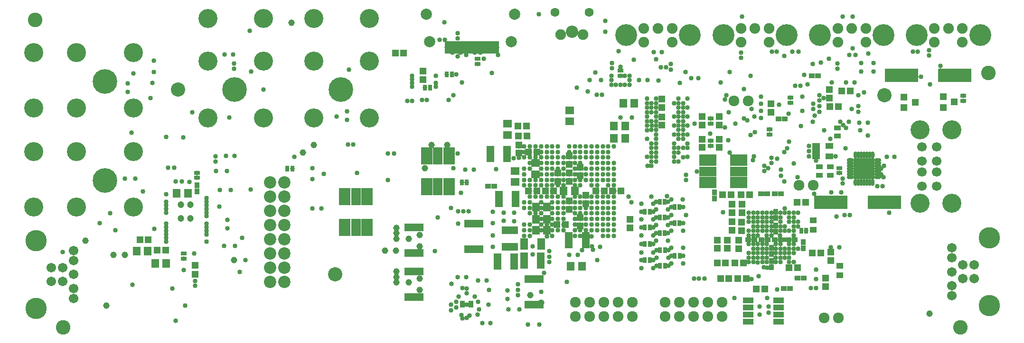
<source format=gbr>
G04 #@! TF.FileFunction,Soldermask,Bot*
%FSLAX46Y46*%
G04 Gerber Fmt 4.6, Leading zero omitted, Abs format (unit mm)*
G04 Created by KiCad (PCBNEW 4.0.4-stable) date 03/28/17 10:50:41*
%MOMM*%
%LPD*%
G01*
G04 APERTURE LIST*
%ADD10C,0.125000*%
%ADD11C,2.000000*%
%ADD12R,0.700000X2.300000*%
%ADD13C,2.540000*%
%ADD14R,1.000000X0.800000*%
%ADD15R,1.300000X1.200000*%
%ADD16C,4.400000*%
%ADD17C,3.400000*%
%ADD18R,1.000000X0.900000*%
%ADD19R,1.400000X1.650000*%
%ADD20R,5.900000X2.400000*%
%ADD21C,1.700000*%
%ADD22C,2.600000*%
%ADD23C,3.900000*%
%ADD24C,1.900000*%
%ADD25C,2.200000*%
%ADD26R,3.400000X1.400000*%
%ADD27C,1.924000*%
%ADD28R,1.950000X1.000000*%
%ADD29R,0.800000X1.000000*%
%ADD30R,0.900000X1.300000*%
%ADD31R,1.300000X0.900000*%
%ADD32R,1.150000X1.200000*%
%ADD33R,1.650000X1.400000*%
%ADD34R,1.400000X2.900000*%
%ADD35R,0.900000X1.000000*%
%ADD36R,1.400000X1.100000*%
%ADD37C,1.200000*%
%ADD38R,1.200000X1.000000*%
%ADD39R,2.099260X3.100020*%
%ADD40R,1.700480X3.100020*%
%ADD41R,1.200000X1.200000*%
%ADD42R,1.200000X1.150000*%
%ADD43R,2.900000X1.400000*%
%ADD44R,3.100020X2.099260*%
%ADD45R,3.100020X1.700480*%
%ADD46C,1.600000*%
%ADD47O,1.250000X0.700000*%
%ADD48O,0.700000X1.250000*%
%ADD49R,2.075000X2.075000*%
%ADD50C,3.816000*%
%ADD51C,1.708000*%
%ADD52R,1.400000X2.000000*%
%ADD53C,0.850000*%
%ADD54C,1.150000*%
G04 APERTURE END LIST*
D10*
D11*
X188000000Y-96500000D03*
X187400000Y-101450000D03*
X172300000Y-96500000D03*
X172900000Y-101450000D03*
D12*
X180400000Y-102450000D03*
X179900000Y-102450000D03*
X179400000Y-102450000D03*
X178900000Y-102450000D03*
X177900000Y-102450000D03*
X178400000Y-102450000D03*
X177400000Y-102450000D03*
X176900000Y-102450000D03*
X176400000Y-102450000D03*
X175900000Y-102450000D03*
X180900000Y-102450000D03*
X181400000Y-102450000D03*
X181900000Y-102450000D03*
X182400000Y-102450000D03*
X182900000Y-102450000D03*
X183400000Y-102450000D03*
X183900000Y-102450000D03*
X184400000Y-102450000D03*
X184900000Y-102450000D03*
D13*
X128000000Y-110000000D03*
X254000000Y-111000000D03*
X156000000Y-143000000D03*
D14*
X268050000Y-112000000D03*
X268050000Y-111100000D03*
D15*
X264450000Y-113150000D03*
X264450000Y-111250000D03*
X266450000Y-112200000D03*
D16*
X157000000Y-109950000D03*
D17*
X152250000Y-97250000D03*
X152250000Y-104870000D03*
X152250000Y-115030000D03*
X162160000Y-115030000D03*
X162160000Y-104870000D03*
X162160000Y-97250000D03*
D16*
X138090000Y-109950000D03*
D17*
X133340000Y-97250000D03*
X133340000Y-104870000D03*
X133340000Y-115030000D03*
X143250000Y-115030000D03*
X143250000Y-104870000D03*
X143250000Y-97250000D03*
D18*
X184400000Y-127200000D03*
X183300000Y-127200000D03*
D19*
X120600000Y-138850000D03*
X122600000Y-138850000D03*
D20*
X257050000Y-107450000D03*
X266550000Y-107450000D03*
X244450000Y-130150000D03*
X253950000Y-130150000D03*
D17*
X260345000Y-130300000D03*
X266025000Y-130300000D03*
X266025000Y-117160000D03*
X260345000Y-117160000D03*
D21*
X263315000Y-124730000D03*
X260695000Y-127230000D03*
X263315000Y-127230000D03*
X263315000Y-122730000D03*
X263315000Y-120230000D03*
X260695000Y-124730000D03*
X260695000Y-122730000D03*
X260695000Y-120230000D03*
D22*
X107500000Y-152500000D03*
D16*
X115000000Y-126250000D03*
D17*
X102300000Y-131000000D03*
X109920000Y-131000000D03*
X120080000Y-131000000D03*
X120080000Y-121090000D03*
X109920000Y-121090000D03*
X102300000Y-121090000D03*
D22*
X267500000Y-152500000D03*
X272500000Y-107000000D03*
X102500000Y-97500000D03*
D23*
X259750000Y-100250000D03*
D24*
X262900000Y-101500000D03*
X267900000Y-101500000D03*
X267900000Y-99000000D03*
X262900000Y-99000000D03*
X265400000Y-99000000D03*
D23*
X271050000Y-100250000D03*
D25*
X144410000Y-126520000D03*
X146950000Y-126520000D03*
X144410000Y-129060000D03*
X146950000Y-129060000D03*
X144410000Y-131600000D03*
X146950000Y-131600000D03*
X144410000Y-134140000D03*
X146950000Y-134140000D03*
X144410000Y-136680000D03*
X146950000Y-136680000D03*
X144410000Y-139220000D03*
X146950000Y-139220000D03*
X144410000Y-141760000D03*
X144410000Y-144300000D03*
X146950000Y-141760000D03*
X146950000Y-144300000D03*
D26*
X180750000Y-133900000D03*
X180750000Y-138500000D03*
D27*
X225000000Y-150540000D03*
X225000000Y-148000000D03*
X222460000Y-148000000D03*
X222460000Y-150540000D03*
X217380000Y-150540000D03*
X214840000Y-150540000D03*
X214840000Y-148000000D03*
X217380000Y-148000000D03*
X219920000Y-148000000D03*
X219920000Y-150540000D03*
X209000000Y-150540000D03*
X209000000Y-148000000D03*
X206460000Y-148000000D03*
X206460000Y-150540000D03*
X201380000Y-150540000D03*
X198840000Y-150540000D03*
X198840000Y-148000000D03*
X201380000Y-148000000D03*
X203920000Y-148000000D03*
X203920000Y-150540000D03*
D23*
X225250000Y-100250000D03*
D24*
X228400000Y-101500000D03*
X233400000Y-101500000D03*
X233400000Y-99000000D03*
X228400000Y-99000000D03*
X230900000Y-99000000D03*
D23*
X236550000Y-100250000D03*
D16*
X115000000Y-108500000D03*
D17*
X102300000Y-113250000D03*
X109920000Y-113250000D03*
X120080000Y-113250000D03*
X120080000Y-103340000D03*
X109920000Y-103340000D03*
X102300000Y-103340000D03*
D28*
X229700000Y-151470000D03*
X229700000Y-150200000D03*
X229700000Y-148930000D03*
X229700000Y-147660000D03*
X235100000Y-147660000D03*
X235100000Y-148930000D03*
X235100000Y-150200000D03*
X235100000Y-151470000D03*
D29*
X176850000Y-107250000D03*
X175950000Y-107250000D03*
X172050000Y-109650000D03*
X172950000Y-109650000D03*
D14*
X181400000Y-105400000D03*
X181400000Y-104500000D03*
D29*
X239150000Y-135200000D03*
X240050000Y-135200000D03*
X147475000Y-124100000D03*
X148375000Y-124100000D03*
D14*
X206900000Y-107500000D03*
X206900000Y-106600000D03*
D29*
X179500000Y-126550000D03*
X178600000Y-126550000D03*
D14*
X129000000Y-140150000D03*
X129000000Y-139250000D03*
X131400000Y-125750000D03*
X131400000Y-124850000D03*
D19*
X125900000Y-141000000D03*
X123900000Y-141000000D03*
D30*
X180250000Y-148350000D03*
X178750000Y-148350000D03*
D23*
X207950000Y-100250000D03*
D24*
X211100000Y-101500000D03*
X216100000Y-101500000D03*
X216100000Y-99000000D03*
X211100000Y-99000000D03*
X213600000Y-99000000D03*
D23*
X219250000Y-100250000D03*
D14*
X245900000Y-124000000D03*
X245900000Y-124900000D03*
X223000000Y-116050000D03*
X223000000Y-115150000D03*
X223000000Y-120000000D03*
X223000000Y-119100000D03*
X237250000Y-111400000D03*
X237250000Y-112300000D03*
D31*
X244300000Y-125300000D03*
X244300000Y-123800000D03*
X242400000Y-125300000D03*
X242400000Y-123800000D03*
X245600000Y-116800000D03*
X245600000Y-118300000D03*
D32*
X226800000Y-130450000D03*
X226800000Y-131950000D03*
X200750000Y-130350000D03*
X200750000Y-128850000D03*
D19*
X196750000Y-128100000D03*
X198750000Y-128100000D03*
D33*
X188150000Y-126500000D03*
X188150000Y-124500000D03*
D34*
X185200000Y-129550000D03*
X188200000Y-129550000D03*
D32*
X224550000Y-116315254D03*
X224550000Y-114815254D03*
X224550000Y-120315254D03*
X224550000Y-118815254D03*
X214300000Y-111650000D03*
X214300000Y-113150000D03*
X214300000Y-114850000D03*
X214300000Y-116350000D03*
X221450000Y-116315254D03*
X221450000Y-114815254D03*
X221450000Y-120315254D03*
X221450000Y-118815254D03*
D19*
X207400000Y-112400000D03*
X209400000Y-112400000D03*
D27*
X243250000Y-150800000D03*
X245790000Y-150800000D03*
D35*
X233800000Y-139350000D03*
X233800000Y-138250000D03*
D18*
X232000000Y-128600000D03*
X233100000Y-128600000D03*
D35*
X234600000Y-132950000D03*
X234600000Y-131850000D03*
D32*
X224200000Y-138350000D03*
X224200000Y-136850000D03*
X244400000Y-139000000D03*
X244400000Y-140500000D03*
D15*
X257450000Y-113200000D03*
X257450000Y-111300000D03*
X259450000Y-112250000D03*
D36*
X241800000Y-121900000D03*
X241800000Y-120950000D03*
X241800000Y-120000000D03*
X244200000Y-120000000D03*
X244200000Y-121900000D03*
D37*
X128500000Y-130500000D03*
X130200000Y-130500000D03*
X128500000Y-132960000D03*
X130200000Y-132960000D03*
D26*
X170050000Y-142450000D03*
X170050000Y-147050000D03*
X191500000Y-143800000D03*
X191500000Y-148400000D03*
X170050000Y-134600000D03*
X170050000Y-139200000D03*
D27*
X229650000Y-112000000D03*
X227110000Y-112000000D03*
D38*
X246000000Y-143150000D03*
X246000000Y-141450000D03*
X241300000Y-135050000D03*
X241300000Y-133350000D03*
D39*
X176325000Y-127300000D03*
D40*
X174348880Y-127300000D03*
D39*
X172372760Y-127300000D03*
X172372760Y-121798360D03*
D40*
X174348880Y-121798360D03*
D39*
X176325000Y-121798360D03*
D41*
X131050000Y-142950000D03*
X131050000Y-141350000D03*
D18*
X242100000Y-107500000D03*
X241000000Y-107500000D03*
D32*
X188750000Y-119850000D03*
X188750000Y-121350000D03*
D42*
X188700000Y-118250000D03*
X190200000Y-118250000D03*
X188650000Y-116500000D03*
X190150000Y-116500000D03*
X192000000Y-121100000D03*
X190500000Y-121100000D03*
D33*
X186750000Y-118100000D03*
X186750000Y-116100000D03*
X191750000Y-125100000D03*
X191750000Y-123100000D03*
D34*
X186700000Y-121450000D03*
X183700000Y-121450000D03*
D42*
X168250000Y-103425000D03*
X166750000Y-103425000D03*
D32*
X171650000Y-106650000D03*
X171650000Y-108150000D03*
D42*
X246350000Y-110200000D03*
X247850000Y-110200000D03*
D32*
X244200000Y-109950000D03*
X244200000Y-111450000D03*
D42*
X244250000Y-113000000D03*
X245750000Y-113000000D03*
X224150000Y-140950000D03*
X225650000Y-140950000D03*
D35*
X233800000Y-141750000D03*
X233800000Y-140650000D03*
D18*
X234450000Y-136800000D03*
X235550000Y-136800000D03*
D32*
X243450000Y-145150000D03*
X243450000Y-143650000D03*
X228500000Y-135200000D03*
X228500000Y-133700000D03*
D18*
X234450000Y-128600000D03*
X235550000Y-128600000D03*
D42*
X225100000Y-128800000D03*
X226600000Y-128800000D03*
D18*
X232050000Y-136800000D03*
X233150000Y-136800000D03*
D32*
X228600000Y-131950000D03*
X228600000Y-130450000D03*
D18*
X229650000Y-136800000D03*
X230750000Y-136800000D03*
D42*
X242600000Y-139200000D03*
X241100000Y-139200000D03*
D35*
X223650000Y-129450000D03*
X223650000Y-128350000D03*
D42*
X228450000Y-128800000D03*
X229950000Y-128800000D03*
X227300000Y-140950000D03*
X228800000Y-140950000D03*
X237000000Y-141800000D03*
X238500000Y-141800000D03*
X231150000Y-145600000D03*
X232650000Y-145600000D03*
D18*
X237950000Y-136800000D03*
X236850000Y-136800000D03*
D42*
X238400000Y-130100000D03*
X239900000Y-130100000D03*
D32*
X226000000Y-136850000D03*
X226000000Y-138350000D03*
D42*
X224750000Y-143750000D03*
X226250000Y-143750000D03*
D32*
X226800000Y-133600000D03*
X226800000Y-135100000D03*
D35*
X234600000Y-135350000D03*
X234600000Y-134250000D03*
D18*
X238500000Y-143650000D03*
X239600000Y-143650000D03*
X236050000Y-145500000D03*
X237150000Y-145500000D03*
D32*
X233750000Y-114025000D03*
X233750000Y-112525000D03*
D18*
X235100000Y-115200000D03*
X236200000Y-115200000D03*
D19*
X127750000Y-128500000D03*
X129750000Y-128500000D03*
D43*
X187150000Y-138100000D03*
X187150000Y-135100000D03*
D32*
X197750000Y-129850000D03*
X197750000Y-131350000D03*
D19*
X191800000Y-133150000D03*
X193800000Y-133150000D03*
X191800000Y-135150000D03*
X193800000Y-135150000D03*
X191800000Y-131000000D03*
X193800000Y-131000000D03*
D32*
X199750000Y-123850000D03*
X199750000Y-125350000D03*
D19*
X205750000Y-118700000D03*
X207750000Y-118700000D03*
D32*
X195750000Y-124850000D03*
X195750000Y-126350000D03*
D33*
X197849390Y-113649974D03*
X197849390Y-115649974D03*
D42*
X193500000Y-128100000D03*
X195000000Y-128100000D03*
D32*
X199750000Y-132850000D03*
X199750000Y-134350000D03*
D42*
X192000000Y-128100000D03*
X190500000Y-128100000D03*
D32*
X197750000Y-126350000D03*
X197750000Y-124850000D03*
D42*
X202500000Y-128100000D03*
X204000000Y-128100000D03*
D32*
X197750000Y-123350000D03*
X197750000Y-121850000D03*
D42*
X195550000Y-134100000D03*
X197050000Y-134100000D03*
D32*
X208600000Y-134700000D03*
X208600000Y-133200000D03*
D42*
X207000000Y-128103571D03*
X205500000Y-128103571D03*
D19*
X205750000Y-116500000D03*
X207750000Y-116500000D03*
X200048810Y-141551092D03*
X198048810Y-141551092D03*
D34*
X200700000Y-136850000D03*
X197700000Y-136850000D03*
X184950000Y-140700000D03*
X187950000Y-140700000D03*
D42*
X227825669Y-143750000D03*
X229325669Y-143750000D03*
D32*
X228000000Y-136900000D03*
X228000000Y-138400000D03*
D14*
X233524514Y-118016066D03*
X233524514Y-117116066D03*
D44*
X222498360Y-126550000D03*
D45*
X222498360Y-124573880D03*
D44*
X222498360Y-122597760D03*
X228000000Y-122597760D03*
D45*
X228000000Y-124573880D03*
D44*
X228000000Y-126550000D03*
D39*
X161700000Y-134601640D03*
D40*
X159723880Y-134601640D03*
D39*
X157747760Y-134601640D03*
X157747760Y-129100000D03*
D40*
X159723880Y-129100000D03*
D39*
X161700000Y-129100000D03*
D34*
X192700000Y-140550000D03*
X189700000Y-140550000D03*
D46*
X195200000Y-96200000D03*
X201300000Y-96200000D03*
D24*
X196250000Y-100150000D03*
D25*
X198250000Y-99600000D03*
D24*
X200250000Y-100150000D03*
D35*
X239500000Y-137200000D03*
X239500000Y-138300000D03*
D23*
X242500000Y-100250000D03*
D24*
X245650000Y-101500000D03*
X250650000Y-101500000D03*
X250650000Y-99000000D03*
X245650000Y-99000000D03*
X248150000Y-99000000D03*
D23*
X253800000Y-100250000D03*
D47*
X252800000Y-122600000D03*
X252800000Y-123100000D03*
X252800000Y-123600000D03*
X252800000Y-124100000D03*
X252800000Y-124600000D03*
X252800000Y-125100000D03*
X252800000Y-125600000D03*
D48*
X251850000Y-126550000D03*
X251350000Y-126550000D03*
X250850000Y-126550000D03*
X250350000Y-126550000D03*
X249850000Y-126550000D03*
X249350000Y-126550000D03*
X248850000Y-126550000D03*
D47*
X247900000Y-125600000D03*
X247900000Y-125100000D03*
X247900000Y-124600000D03*
X247900000Y-124100000D03*
X247900000Y-123600000D03*
X247900000Y-123100000D03*
X247900000Y-122600000D03*
D48*
X248850000Y-121650000D03*
X249350000Y-121650000D03*
X249850000Y-121650000D03*
X250350000Y-121650000D03*
X250850000Y-121650000D03*
X251350000Y-121650000D03*
X251850000Y-121650000D03*
D49*
X249512500Y-124937500D03*
X249512500Y-123262500D03*
X251187500Y-124937500D03*
X251187500Y-123262500D03*
D42*
X122700000Y-136800000D03*
X121200000Y-136800000D03*
X125800000Y-138700000D03*
X124300000Y-138700000D03*
D35*
X131400000Y-127050000D03*
X131400000Y-128150000D03*
D50*
X272675000Y-136500000D03*
X272675000Y-148540000D03*
D51*
X267965000Y-143770000D03*
X267965000Y-141270000D03*
X269965000Y-141270000D03*
X269965000Y-143770000D03*
X265965000Y-138270000D03*
X265965000Y-140020000D03*
X265965000Y-142520000D03*
X265965000Y-145020000D03*
X265965000Y-146770000D03*
D50*
X102700000Y-149040000D03*
X102700000Y-137000000D03*
D51*
X107410000Y-141770000D03*
X107410000Y-144270000D03*
X105410000Y-144270000D03*
X105410000Y-141770000D03*
X109410000Y-147270000D03*
X109410000Y-145520000D03*
X109410000Y-143020000D03*
X109410000Y-140520000D03*
X109410000Y-138770000D03*
D27*
X241250000Y-127050000D03*
X238710000Y-127050000D03*
D29*
X216600000Y-139650000D03*
X217500000Y-139650000D03*
X213945000Y-138650000D03*
X214845000Y-138650000D03*
X213900000Y-135600000D03*
X214800000Y-135600000D03*
X213900000Y-132800000D03*
X214800000Y-132800000D03*
X211250000Y-140450000D03*
X212150000Y-140450000D03*
X211255000Y-134600000D03*
X212155000Y-134600000D03*
X216550000Y-131000000D03*
X217450000Y-131000000D03*
X216545000Y-133800000D03*
X217445000Y-133800000D03*
X213945000Y-141450000D03*
X214845000Y-141450000D03*
X211245000Y-137600000D03*
X212145000Y-137600000D03*
X213895000Y-130000000D03*
X214795000Y-130000000D03*
X211245000Y-131800000D03*
X212145000Y-131800000D03*
D52*
X189750000Y-137550000D03*
X192750000Y-137550000D03*
D53*
X188150000Y-126500000D03*
X226800000Y-130450000D03*
X196750000Y-128100000D03*
D54*
X150250000Y-121250000D03*
X148250000Y-98000000D03*
X152200000Y-119850000D03*
X169150000Y-144400000D03*
X171100000Y-145750000D03*
X170050000Y-147050000D03*
D53*
X242363633Y-110949939D03*
X199300000Y-139500000D03*
X207400000Y-112400000D03*
X239300000Y-111260000D03*
X211708855Y-123595010D03*
X218850000Y-119600000D03*
X200750000Y-136100000D03*
X237250000Y-111400000D03*
X238964904Y-109299118D03*
X208900000Y-114950000D03*
X234800000Y-103200000D03*
X235100000Y-151470000D03*
X194750000Y-131100000D03*
X234600000Y-136800000D03*
X186100000Y-133454990D03*
X241300000Y-135050000D03*
X248350000Y-96950000D03*
X202750000Y-140450000D03*
X261950000Y-103850000D03*
X259050000Y-103200000D03*
X228900000Y-109900000D03*
X246550000Y-96950000D03*
X251100000Y-103550000D03*
X205400000Y-105250000D03*
X206900000Y-105900000D03*
X218600000Y-125200000D03*
X233800000Y-122150000D03*
X228400000Y-104300000D03*
X185200000Y-129550000D03*
X244250000Y-113000000D03*
X244200000Y-109950000D03*
X233750000Y-114025000D03*
X235100000Y-115200000D03*
X233300000Y-149800000D03*
X231700000Y-150200000D03*
X233524514Y-118016066D03*
X223000000Y-120000000D03*
X239650000Y-107350000D03*
X244300000Y-118800000D03*
X245600000Y-105300000D03*
X205750000Y-116404990D03*
X211667743Y-116404990D03*
X213250229Y-116395010D03*
X211650000Y-118800000D03*
X211650000Y-114800000D03*
X211650000Y-113200000D03*
X211650000Y-111600000D03*
X187928849Y-133511389D03*
X214300000Y-111600000D03*
X224550000Y-120400000D03*
X221450000Y-120350000D03*
X213250000Y-113200000D03*
X217250000Y-113200000D03*
X217250000Y-116400000D03*
X218850000Y-111600000D03*
X218850000Y-113200000D03*
X218850000Y-114800000D03*
X218850000Y-116400000D03*
X218850000Y-118000000D03*
X218850000Y-120400000D03*
X191250000Y-137950000D03*
X206750000Y-128100000D03*
X208600000Y-134600000D03*
X197750000Y-126100000D03*
X197750000Y-123100000D03*
X184950000Y-140700000D03*
X200048810Y-141551092D03*
X197849390Y-113649974D03*
X205750000Y-118700000D03*
X229800000Y-136800000D03*
X232197376Y-140805088D03*
X237797376Y-132005088D03*
X236997376Y-140805088D03*
X205750000Y-131100000D03*
X195750000Y-134100000D03*
X198750000Y-132100000D03*
X199750000Y-131100000D03*
X200750000Y-130100000D03*
X199750000Y-129100000D03*
X202750000Y-132100000D03*
X199750000Y-132100000D03*
X199750000Y-133100000D03*
X200750000Y-132100000D03*
X203750000Y-135100000D03*
X201750000Y-129100000D03*
X199750000Y-122100000D03*
X205750000Y-120100000D03*
X202750000Y-121100000D03*
X203750000Y-124100000D03*
X204750000Y-127100000D03*
X233800000Y-139200000D03*
X231100000Y-145600000D03*
X234600000Y-128600000D03*
X225100000Y-128800000D03*
X229797376Y-139204990D03*
X224200000Y-138400000D03*
X196750000Y-126100000D03*
X235400000Y-133600000D03*
X228600000Y-132000000D03*
X199750000Y-126100000D03*
X192700000Y-140550000D03*
X214300000Y-114800000D03*
X184150000Y-138050000D03*
X177950000Y-133900000D03*
X180750000Y-138500000D03*
X198750000Y-125100000D03*
X200750000Y-125100000D03*
X198750000Y-127100000D03*
X194750000Y-126100000D03*
X195750000Y-125100000D03*
X199750000Y-124100000D03*
X196750000Y-131100000D03*
X198750000Y-130100000D03*
X194750000Y-129100000D03*
X191750000Y-135100000D03*
X191750000Y-133100000D03*
X191750000Y-131100000D03*
X197750000Y-130100000D03*
X202750000Y-128100000D03*
X191750000Y-128100000D03*
X193700000Y-128100000D03*
X187150000Y-138100000D03*
X189700000Y-137550000D03*
X180900000Y-146950000D03*
D54*
X138000000Y-140450000D03*
X169150000Y-136600000D03*
X170050000Y-139200000D03*
D53*
X186700000Y-121450000D03*
X194750000Y-120100000D03*
X171650000Y-106650000D03*
X169700000Y-108140000D03*
X176300000Y-111800000D03*
X177100000Y-111000000D03*
X135431561Y-127927129D03*
X246500000Y-126750000D03*
X232200000Y-128600000D03*
X228600000Y-128800000D03*
X222900000Y-117800000D03*
X177900000Y-143500000D03*
X215000000Y-106000000D03*
X249363633Y-110949939D03*
X251850000Y-121650000D03*
X247900000Y-122600000D03*
X248850000Y-126550000D03*
X178600000Y-108700000D03*
X141000000Y-106750000D03*
X136200000Y-137900000D03*
X116800000Y-135100000D03*
X125800000Y-138700000D03*
X121200000Y-136800000D03*
X120600000Y-138850000D03*
X125855034Y-136494079D03*
X131050000Y-145050000D03*
D54*
X172020000Y-124050000D03*
X176025000Y-119850000D03*
X171100000Y-137950000D03*
D53*
X246350000Y-110200000D03*
X208500000Y-109100000D03*
X208500000Y-107500000D03*
X136551406Y-121797434D03*
X136800000Y-134750000D03*
X119700000Y-117650000D03*
X133100000Y-132600000D03*
X133100000Y-137150000D03*
X123900000Y-141000000D03*
X184750000Y-124150000D03*
X168875000Y-112025000D03*
X172400000Y-111850000D03*
X210250000Y-108300000D03*
X201400000Y-108300000D03*
X179250000Y-124300000D03*
X181500000Y-144100000D03*
X251000000Y-115900000D03*
X212800000Y-103300000D03*
X214300000Y-103300000D03*
X251350000Y-126550000D03*
X252800000Y-124600000D03*
X192750000Y-124100000D03*
X189750000Y-125100000D03*
X190750000Y-129100000D03*
X191750000Y-121100000D03*
X195750000Y-123100000D03*
X233799998Y-132005088D03*
X191750000Y-125100000D03*
X186750000Y-118100000D03*
X188750000Y-120100000D03*
X158100000Y-113900000D03*
X231400000Y-132800000D03*
X217500000Y-108750000D03*
X119000000Y-108900000D03*
X226100000Y-119000000D03*
X228950000Y-115150000D03*
X230600000Y-132800000D03*
X115900000Y-132100000D03*
X127600000Y-151300000D03*
X231550000Y-143350000D03*
X233100000Y-141800000D03*
X231400000Y-134400000D03*
X140777966Y-99500000D03*
X137800000Y-103700000D03*
X138000000Y-105300000D03*
X230900000Y-117600000D03*
X230800000Y-114800000D03*
X230600000Y-132000000D03*
X133100000Y-129350000D03*
D54*
X118500000Y-139500000D03*
D53*
X262100000Y-109050000D03*
X268050000Y-111100000D03*
X243450000Y-145150000D03*
X184161446Y-131800000D03*
X177950000Y-131700000D03*
X179850000Y-131700000D03*
X235400000Y-140800000D03*
X157747760Y-129100000D03*
X159723880Y-129100000D03*
X161700000Y-129100000D03*
X192350000Y-96500000D03*
X177900000Y-99900000D03*
D54*
X176325000Y-121798360D03*
X174348880Y-121798360D03*
X172372760Y-121798360D03*
X166950000Y-144400000D03*
X166950000Y-142500000D03*
X166950000Y-134700000D03*
X166950000Y-136600000D03*
X164900000Y-138750000D03*
D53*
X242400000Y-125300000D03*
X148375000Y-124100000D03*
X174650000Y-101100000D03*
X172050000Y-109650000D03*
X186900000Y-149250000D03*
X190400000Y-151950000D03*
X186797637Y-147349757D03*
X182250000Y-151700000D03*
X188650000Y-144800000D03*
X188650000Y-146700000D03*
X228000000Y-126550000D03*
X228000000Y-124573880D03*
X228000000Y-122597760D03*
X244300000Y-125300000D03*
X241800000Y-122700000D03*
X240500000Y-120000000D03*
X241800000Y-121900000D03*
X223650000Y-129450000D03*
X241750000Y-143800000D03*
X237000000Y-139200000D03*
X237000000Y-141750000D03*
D54*
X192800000Y-148100000D03*
X190850000Y-146700000D03*
D53*
X228500000Y-135200000D03*
X227825669Y-143750000D03*
X241477926Y-128600000D03*
X234600000Y-140800000D03*
X229800000Y-135200000D03*
X231350000Y-140850000D03*
X229800000Y-137600000D03*
X232200000Y-136800000D03*
X235400000Y-139200000D03*
X232200000Y-132000000D03*
X234600000Y-132800000D03*
X237000000Y-133600000D03*
X233800000Y-141750000D03*
X246000000Y-143150000D03*
X234600000Y-135200000D03*
X226800000Y-133600000D03*
X224750000Y-143750000D03*
X226000000Y-136800000D03*
X224054990Y-140950000D03*
X227250000Y-140950000D03*
X228000000Y-136900000D03*
X237800000Y-136805088D03*
X237800000Y-136000000D03*
X238500000Y-130100000D03*
X240239181Y-109064181D03*
X237525000Y-103150000D03*
X242100000Y-107500000D03*
X244613633Y-108699939D03*
X247750000Y-103750000D03*
X248300000Y-102600000D03*
X215900000Y-105350000D03*
X232200000Y-132800000D03*
X230550000Y-122600000D03*
X209250000Y-104600000D03*
X215900000Y-106450000D03*
X231400000Y-132000000D03*
X154000000Y-125000000D03*
X202003456Y-138602880D03*
X203300000Y-138050000D03*
X203750000Y-134100000D03*
X193250000Y-142700000D03*
X133100000Y-134550000D03*
X174350000Y-132850000D03*
X133100000Y-135850000D03*
X194200000Y-138800000D03*
X200750000Y-133100000D03*
X133100000Y-133900000D03*
X201750000Y-136200000D03*
X201800000Y-137950000D03*
X194250000Y-140750000D03*
X140950000Y-127850000D03*
X133100000Y-135200000D03*
X200050000Y-138650000D03*
X194200000Y-139850000D03*
X139400000Y-136450000D03*
X125900000Y-134550000D03*
X207700000Y-107500000D03*
X165400000Y-121400000D03*
X173800000Y-138800000D03*
X165400000Y-126150000D03*
X235244746Y-148956050D03*
X205400000Y-106150000D03*
X183400000Y-148400000D03*
X236197376Y-139205088D03*
X125900000Y-133900000D03*
X233100000Y-147200000D03*
X227200000Y-147200000D03*
X176650000Y-131100000D03*
X177850000Y-121400000D03*
X181550000Y-147882824D03*
X235244746Y-147686050D03*
X176750000Y-144700000D03*
X202650000Y-110900000D03*
X206900000Y-107500000D03*
X236200000Y-140000000D03*
X242363633Y-111949939D03*
X179509300Y-150782824D03*
X232000000Y-111235000D03*
X236150000Y-121150000D03*
X237000000Y-132000000D03*
X218050000Y-120400000D03*
X203750000Y-129100000D03*
X230250000Y-113450000D03*
X247100000Y-116800000D03*
X232000000Y-112505000D03*
X236600000Y-120500000D03*
X237000000Y-132800000D03*
X246113633Y-115699939D03*
X196750000Y-124100000D03*
X235200000Y-112700000D03*
X203600000Y-110900000D03*
X239300000Y-113775000D03*
X236100000Y-126350000D03*
X236200000Y-134400000D03*
X241525000Y-114650000D03*
X247613633Y-115699939D03*
X236200000Y-135200000D03*
X238450000Y-125600000D03*
X239100000Y-116525000D03*
X249363633Y-113949939D03*
X236200000Y-131200000D03*
X235400000Y-132000000D03*
X246650000Y-116300000D03*
X235500000Y-124250000D03*
X235400000Y-134400000D03*
X248150000Y-113450000D03*
X235400000Y-135200000D03*
X233800000Y-123050000D03*
X233800000Y-135200000D03*
X237000000Y-119300000D03*
X230100000Y-107500000D03*
X205300000Y-107500000D03*
X212750000Y-141850000D03*
X234600000Y-137600000D03*
X212750000Y-140450000D03*
X234600000Y-138400000D03*
X218100000Y-141050000D03*
X234597376Y-139205088D03*
X215450000Y-141450000D03*
X234600000Y-140000000D03*
X233000000Y-135200000D03*
X232550000Y-124500000D03*
X212750000Y-130400000D03*
X233000000Y-136000000D03*
X215400000Y-131400000D03*
X232997376Y-137605088D03*
X212750000Y-139050000D03*
X232997376Y-138405088D03*
X215450000Y-140050000D03*
X232997474Y-139205088D03*
X218100000Y-139650000D03*
X232997474Y-140005088D03*
X218000000Y-129600000D03*
X232200000Y-135200000D03*
X218050000Y-131000000D03*
X232197376Y-137605088D03*
X218050000Y-133800000D03*
X232200000Y-138400000D03*
X232197376Y-139205088D03*
X215450000Y-138650000D03*
X218100000Y-138250000D03*
X232197376Y-140005088D03*
X214100000Y-106000000D03*
X231400000Y-133600000D03*
X215400000Y-130000000D03*
X231397376Y-135204990D03*
X218600000Y-132400000D03*
X231400000Y-136000000D03*
X231400000Y-137602722D03*
X215400000Y-132800000D03*
X212750000Y-133200000D03*
X231400000Y-138400000D03*
X218050000Y-135200000D03*
X231400000Y-139200000D03*
X212750000Y-137600000D03*
X231400000Y-140000000D03*
X130850000Y-139250000D03*
X230600000Y-135200000D03*
X199750000Y-127100000D03*
X228400000Y-103400000D03*
X213650000Y-108350000D03*
X215200000Y-129000000D03*
X230600000Y-136000000D03*
X230597376Y-137604990D03*
X212750000Y-131800000D03*
X215400000Y-134200000D03*
X230600000Y-138400000D03*
X212750000Y-134600000D03*
X230600000Y-139200000D03*
X212750000Y-136000000D03*
X230600000Y-140000000D03*
X215400000Y-137000000D03*
X230600000Y-140800000D03*
X215400000Y-135600000D03*
X229800000Y-140000000D03*
X241250000Y-113450000D03*
X208850000Y-130100000D03*
X218600000Y-126100000D03*
X212400000Y-129100000D03*
X179500000Y-126550000D03*
X199750000Y-130100000D03*
X205300000Y-109100000D03*
X241300000Y-112500000D03*
X238064904Y-109299118D03*
X169700000Y-108790000D03*
X193750000Y-126100000D03*
X171500000Y-111850000D03*
X169700000Y-109440000D03*
X169775000Y-112025000D03*
X192750000Y-126100000D03*
X261950000Y-102950000D03*
X247113633Y-108699939D03*
X245600000Y-106200000D03*
X184375899Y-127204990D03*
X177100000Y-124050000D03*
X192750000Y-123100000D03*
X242363633Y-113949939D03*
X226350000Y-121250000D03*
X220550000Y-124650000D03*
X208350000Y-129100000D03*
X198750000Y-131100000D03*
X242363633Y-112949939D03*
X235244746Y-150226050D03*
X179400000Y-103800000D03*
X187900000Y-122200000D03*
X189750000Y-124100000D03*
X180400000Y-102450000D03*
X188800000Y-122150000D03*
X190750000Y-124100000D03*
X182400000Y-102450000D03*
X193750000Y-121100000D03*
X183400000Y-102450000D03*
X194750000Y-121100000D03*
X180900000Y-103400000D03*
X191750000Y-120100000D03*
X181900000Y-103400000D03*
X192750000Y-121100000D03*
X185050000Y-103800000D03*
X195750000Y-120100000D03*
X184900000Y-102450000D03*
X195750000Y-121100000D03*
X195750000Y-131100000D03*
X196750000Y-133100000D03*
X195750000Y-133100000D03*
X197300000Y-144300000D03*
X195750000Y-132100000D03*
X230300000Y-143850000D03*
X232467152Y-141727702D03*
X233800000Y-136000000D03*
X237000000Y-140000000D03*
X235400000Y-137600000D03*
X237800000Y-140800000D03*
X235400000Y-138400000D03*
X233800000Y-132800000D03*
X228550000Y-96950000D03*
X166550000Y-121400000D03*
X219500000Y-107900000D03*
X227400000Y-116100000D03*
X234850000Y-122350000D03*
X233800000Y-133600000D03*
X225500000Y-111750000D03*
X225500000Y-116700000D03*
X230700000Y-121900000D03*
X218500000Y-106850000D03*
X233000000Y-133600000D03*
X224800000Y-108700000D03*
X233000000Y-132800000D03*
X199100000Y-109600000D03*
X226200000Y-114050000D03*
X152000000Y-131200000D03*
X202400000Y-106900000D03*
X220800000Y-107900000D03*
X233800000Y-134400000D03*
X201050000Y-110300000D03*
X220100000Y-116100000D03*
X153600000Y-131200000D03*
X225200000Y-131900000D03*
X232200000Y-133600000D03*
X204200000Y-99600000D03*
X193750000Y-136195002D03*
X202750000Y-135100000D03*
X210650000Y-133200000D03*
X202750000Y-131100000D03*
X213300000Y-137000000D03*
X205750000Y-134100000D03*
X201750000Y-130100000D03*
X215950000Y-129600000D03*
X210650000Y-141850000D03*
X201750000Y-135100000D03*
X210650000Y-136000000D03*
X201750000Y-132100000D03*
X210650000Y-137600000D03*
X204750000Y-134100000D03*
X210650000Y-139050000D03*
X202750000Y-134100000D03*
X210650000Y-140450000D03*
X204750000Y-136100000D03*
X213350000Y-141450000D03*
X200750000Y-134100000D03*
X210650000Y-134600000D03*
X203750000Y-132100000D03*
X205750000Y-133100000D03*
X215950000Y-135200000D03*
X213300000Y-130000000D03*
X202750000Y-129100000D03*
X203750000Y-136100000D03*
X216000000Y-139650000D03*
X216000000Y-141050000D03*
X200750000Y-135100000D03*
X213300000Y-135600000D03*
X202750000Y-133100000D03*
X204749260Y-135100000D03*
X213350000Y-138650000D03*
X205750000Y-135100000D03*
X216000000Y-138250000D03*
X201750000Y-131100000D03*
X213350000Y-140050000D03*
X204750000Y-130100000D03*
X213300000Y-131400000D03*
X216000000Y-132400000D03*
X203750000Y-133100000D03*
X210650000Y-130400000D03*
X205750000Y-130100000D03*
X203750000Y-131100000D03*
X213300000Y-132800000D03*
X205750000Y-132100000D03*
X215950000Y-133800000D03*
X204750000Y-131100000D03*
X215950000Y-131000000D03*
X204750000Y-132100000D03*
X213300000Y-134200000D03*
X202750000Y-130100000D03*
X210650000Y-131800000D03*
X236200000Y-136800000D03*
X236050000Y-145500000D03*
X237000000Y-137600000D03*
X238300000Y-143650000D03*
X246900000Y-132400000D03*
X237800000Y-133600000D03*
X240050000Y-135200000D03*
X237000000Y-135200000D03*
X237000000Y-138400000D03*
X240900000Y-145400000D03*
X237800000Y-135200000D03*
X242650000Y-139050000D03*
X241750000Y-142100000D03*
X244400000Y-138150000D03*
X239500000Y-137200000D03*
X194750000Y-122100000D03*
X178900000Y-102450000D03*
X177650000Y-107250000D03*
X183950000Y-107000000D03*
X195750000Y-122100000D03*
X238600000Y-133600098D03*
X238600000Y-134400000D03*
X254400000Y-122000000D03*
X255800000Y-122000000D03*
X158100000Y-115400000D03*
X137150000Y-115000000D03*
X121750000Y-128150000D03*
X128500000Y-132960000D03*
X130200000Y-132960000D03*
X128650000Y-126350000D03*
X131400000Y-124850000D03*
X124300000Y-138700000D03*
X122700000Y-136800000D03*
X122600000Y-138850000D03*
X125900000Y-128700000D03*
X133100000Y-130650000D03*
X118500000Y-125900000D03*
X137431561Y-127927129D03*
X134700000Y-121900000D03*
X123700000Y-104800000D03*
X123100000Y-111450000D03*
X136750000Y-124500000D03*
X174000000Y-107490000D03*
X168250000Y-103425000D03*
X131050000Y-144150000D03*
X131000000Y-141300000D03*
X179500000Y-146350000D03*
X221887816Y-143745010D03*
X220915006Y-143745010D03*
X179500000Y-145500000D03*
X220009075Y-143745010D03*
X178700000Y-145400000D03*
X161700000Y-134601640D03*
X176700000Y-149400000D03*
X159723880Y-134601640D03*
X178509300Y-150282824D03*
X157747760Y-134601640D03*
X178689999Y-150860001D03*
X176325000Y-127300000D03*
X178050000Y-146950000D03*
X174348880Y-127300000D03*
X176700000Y-148400000D03*
X172372760Y-127300000D03*
X177609300Y-148882824D03*
X139000000Y-142600000D03*
X179950000Y-150350000D03*
X233200000Y-124000000D03*
X233000000Y-134400000D03*
X230100000Y-118100000D03*
X232200000Y-134400000D03*
X156300000Y-114800000D03*
X138000000Y-106200000D03*
X177400000Y-102450000D03*
X174000000Y-109440000D03*
X175550000Y-101100000D03*
X177900000Y-104000000D03*
X174000000Y-108790000D03*
X177900000Y-100800000D03*
X169150000Y-134700000D03*
X179850000Y-133900000D03*
X191500000Y-143800000D03*
X169150000Y-142500000D03*
X129000000Y-140150000D03*
X178600000Y-126550000D03*
X225800000Y-111000000D03*
X152000000Y-124050000D03*
X159950000Y-124850000D03*
X229550000Y-115500000D03*
X232550000Y-123600000D03*
X245600000Y-116800000D03*
X175900000Y-102450000D03*
X175950000Y-107250000D03*
D54*
X116500000Y-139500000D03*
D53*
X184150000Y-136050000D03*
X188150000Y-124500000D03*
X226800000Y-131950000D03*
X223650000Y-128350000D03*
X238600000Y-132000000D03*
X198750000Y-128100000D03*
X181450000Y-150200000D03*
X238500000Y-141800000D03*
D54*
X262000000Y-150000000D03*
X115250000Y-148600000D03*
X111500000Y-137000000D03*
D53*
X140000000Y-140450000D03*
X179400000Y-143500000D03*
X243450000Y-143650000D03*
X228500000Y-133700000D03*
X229325669Y-143750000D03*
X184100000Y-133800000D03*
X178900000Y-131700000D03*
X182550000Y-104500000D03*
X204200000Y-97700000D03*
X176900000Y-103400000D03*
X181400000Y-105400000D03*
X175500000Y-97900000D03*
X264450000Y-111250000D03*
X136300000Y-103700000D03*
X183300000Y-127200000D03*
X138200000Y-137900000D03*
X114000000Y-133850000D03*
X129250000Y-148600000D03*
X123800000Y-134850000D03*
X260500000Y-107650000D03*
X263950000Y-105750000D03*
X246300000Y-128350000D03*
X247800000Y-132400000D03*
X257450000Y-111300000D03*
X239600000Y-143650000D03*
X169700000Y-107490000D03*
X195750000Y-130100000D03*
D54*
X173250000Y-119850000D03*
X166950000Y-143450000D03*
X171100000Y-143750000D03*
X166950000Y-135650000D03*
X171100000Y-135950000D03*
X166900000Y-138750000D03*
D53*
X241100000Y-139149990D03*
X244508849Y-140600010D03*
X239500000Y-138300000D03*
X208500000Y-108300000D03*
X205300000Y-108300000D03*
X206100000Y-109100000D03*
X206900000Y-109100000D03*
X207700000Y-109100000D03*
X249363633Y-112949939D03*
X243150000Y-111450000D03*
X138051406Y-121797434D03*
X136800000Y-133250000D03*
X245900000Y-138150000D03*
X197800000Y-139500000D03*
X209400000Y-112400000D03*
X119000000Y-110400000D03*
X125900000Y-137150000D03*
X232000000Y-115070000D03*
X237150000Y-145500000D03*
X193750000Y-120100000D03*
X195750000Y-126100000D03*
X196750000Y-130100000D03*
X192750000Y-131100000D03*
X193750000Y-129100000D03*
X192750000Y-129100000D03*
X191750000Y-129100000D03*
X192750000Y-127100000D03*
X198750000Y-133100000D03*
X193750000Y-127100000D03*
X190750000Y-122100000D03*
X189750000Y-122100000D03*
X191750000Y-122100000D03*
X194750000Y-124100000D03*
X196750000Y-135100000D03*
X195750000Y-135100000D03*
X196750000Y-134100000D03*
X198750000Y-134100000D03*
X194750000Y-133100000D03*
X194750000Y-132100000D03*
X198750000Y-136100000D03*
X201750000Y-133100000D03*
X199750000Y-134100000D03*
X199750000Y-135100000D03*
X192750000Y-132100000D03*
X192750000Y-133100000D03*
X200750000Y-126100000D03*
X190750000Y-131100000D03*
X190750000Y-132100000D03*
X192750000Y-134100000D03*
X193750000Y-134100000D03*
X199750000Y-136100000D03*
X190750000Y-136100000D03*
X190750000Y-135100000D03*
X189750000Y-134100000D03*
X189750000Y-135100000D03*
X194750000Y-135100000D03*
X194750000Y-134100000D03*
X189750000Y-130100000D03*
X190750000Y-130100000D03*
X191750000Y-127100000D03*
X190750000Y-127100000D03*
X189750000Y-127100000D03*
X189750000Y-126100000D03*
X190750000Y-126100000D03*
X192750000Y-122100000D03*
X192750000Y-125100000D03*
X193750000Y-125100000D03*
X193750000Y-124100000D03*
X194750000Y-123100000D03*
X193750000Y-123100000D03*
X189750000Y-121100000D03*
X189750000Y-120100000D03*
X190750000Y-120100000D03*
X190750000Y-121100000D03*
X206900000Y-114950000D03*
X238625000Y-103150000D03*
X166750000Y-103425000D03*
X188800000Y-121400000D03*
X229700000Y-147660000D03*
X195750000Y-129100000D03*
X179509300Y-148382824D03*
X190036448Y-116445077D03*
X233800000Y-140800000D03*
X237000000Y-136800000D03*
X229797376Y-132004990D03*
X248850000Y-103750000D03*
X171650000Y-108150000D03*
X211750000Y-108300000D03*
X203400000Y-108300000D03*
X180750000Y-124300000D03*
X152000000Y-125950000D03*
X178500000Y-128450000D03*
X241000000Y-107500000D03*
X107400000Y-139000000D03*
X188900000Y-149250000D03*
X192400000Y-151950000D03*
X125900000Y-141000000D03*
X188200000Y-129550000D03*
X183000000Y-144100000D03*
X186797637Y-145849757D03*
X183750000Y-151700000D03*
X249500000Y-115900000D03*
X245750000Y-113000000D03*
X247850000Y-110200000D03*
X244200000Y-111450000D03*
X233750000Y-112525000D03*
X236200000Y-115200000D03*
X233300000Y-148700000D03*
X231700000Y-148700000D03*
X129000000Y-142250000D03*
X241800000Y-145400000D03*
X192800000Y-146100000D03*
X188650000Y-145750000D03*
X183450000Y-145750000D03*
X197750000Y-121100000D03*
X244500000Y-128350000D03*
X245450000Y-132650000D03*
X206550000Y-103100000D03*
X213300000Y-104550000D03*
X253650000Y-127200000D03*
X193750000Y-131100000D03*
X224550000Y-114815254D03*
X221450000Y-114815254D03*
X223000000Y-115150000D03*
X177609300Y-147882824D03*
X242600000Y-105100000D03*
X249800000Y-105250000D03*
X249800000Y-106750000D03*
X240500000Y-121900000D03*
X240500000Y-120950000D03*
X254800000Y-132000000D03*
X245900000Y-124900000D03*
X241800000Y-120950000D03*
X241800000Y-120000000D03*
X249512500Y-124937500D03*
X251187500Y-124937500D03*
X251187500Y-123262500D03*
X249512500Y-123262500D03*
X247900000Y-124100000D03*
X208600000Y-133300000D03*
X229797376Y-136004990D03*
X232997474Y-140805088D03*
X212450000Y-117200000D03*
X207779315Y-116404990D03*
X212450000Y-115599991D03*
X213250000Y-114800000D03*
X213250000Y-118800000D03*
X217250000Y-111600000D03*
X186100000Y-132000000D03*
X187928849Y-132011389D03*
X214300000Y-116400000D03*
X214300000Y-113200000D03*
X213250000Y-111600000D03*
X212450000Y-112400000D03*
X217250000Y-118000000D03*
X218050000Y-117200000D03*
X217250000Y-114800000D03*
X218050000Y-115600000D03*
X218050000Y-112400000D03*
X218050000Y-114000000D03*
X218850000Y-122000000D03*
X211650000Y-122000000D03*
X228000000Y-138400098D03*
X212450000Y-114000000D03*
X187950000Y-140700000D03*
X198048810Y-141551092D03*
X197849390Y-115649974D03*
X207750000Y-118700000D03*
X191750000Y-123100000D03*
X190750000Y-128100000D03*
X194750000Y-128100000D03*
X183700000Y-121450000D03*
X186750000Y-116100000D03*
X190200000Y-118250000D03*
X205770181Y-128103571D03*
X191250000Y-139450000D03*
X197550000Y-136850000D03*
X187150000Y-135100000D03*
X189700000Y-140550000D03*
X192800000Y-137550000D03*
X193750000Y-135100000D03*
X197750000Y-122100000D03*
X197750000Y-125100000D03*
X197750000Y-131100000D03*
X203750000Y-128100000D03*
X232700000Y-145600000D03*
X224200000Y-136800000D03*
X229800000Y-128800000D03*
X233000000Y-128600000D03*
X235400000Y-128600000D03*
X230600000Y-136800000D03*
X233000000Y-136800000D03*
X226250000Y-143750000D03*
X226000000Y-138400000D03*
X228850000Y-140950000D03*
X225650000Y-140950000D03*
X234600000Y-132000000D03*
X234600000Y-134400000D03*
X235397376Y-136800000D03*
X193750000Y-122100000D03*
X205750000Y-125100000D03*
X237797376Y-134404990D03*
X194750000Y-125100000D03*
X237797376Y-137604990D03*
X189750000Y-131100000D03*
X190750000Y-123100000D03*
X194750000Y-136100000D03*
X229797376Y-140805088D03*
X195750000Y-124100000D03*
X237797376Y-132805088D03*
X238597376Y-138405088D03*
X237797376Y-138405088D03*
X237797376Y-139205088D03*
X200750000Y-120100000D03*
X189750000Y-136100000D03*
X191750000Y-126100000D03*
X203750000Y-130100000D03*
X200750000Y-129100000D03*
X198750000Y-129100000D03*
X196750000Y-132100000D03*
X192750000Y-135100000D03*
X190750000Y-134100000D03*
X193750000Y-133100000D03*
X191750000Y-132100000D03*
X192750000Y-130100000D03*
X194750000Y-130100000D03*
X196750000Y-129100000D03*
X194750000Y-127100000D03*
X195750000Y-127100000D03*
X196750000Y-127100000D03*
X198750000Y-126100000D03*
X198750000Y-124100000D03*
X201750000Y-123100000D03*
X204750000Y-122100000D03*
X198750000Y-135100000D03*
X201750000Y-134100000D03*
X200750000Y-131100000D03*
X205750000Y-136100000D03*
X202750000Y-126100000D03*
X239900000Y-130100000D03*
X232997376Y-132005088D03*
X230597376Y-134404990D03*
X229797376Y-132804990D03*
X235400000Y-132800000D03*
X236197376Y-138405088D03*
X230600000Y-133600000D03*
X229797376Y-133604990D03*
X196750000Y-125100000D03*
X226800000Y-135200000D03*
X226600000Y-128800000D03*
X228600000Y-130450000D03*
X233800000Y-138400000D03*
X235397376Y-136005088D03*
X199750000Y-125100000D03*
X204750000Y-133100000D03*
X263950000Y-106600000D03*
X248650000Y-108700000D03*
X259650000Y-107650000D03*
X250349939Y-110449939D03*
X245300000Y-121900000D03*
X253875000Y-123600000D03*
X253350000Y-124100000D03*
X247000000Y-120500000D03*
X253375000Y-125100000D03*
X253850000Y-125600000D03*
X244300000Y-123800000D03*
X216450000Y-112400000D03*
X196750000Y-122100000D03*
X198750000Y-122100000D03*
X217250000Y-112400000D03*
X213250000Y-115600000D03*
X200750000Y-121100000D03*
X216450000Y-118000000D03*
X204750000Y-121100000D03*
X218050000Y-116400000D03*
X201750000Y-124100000D03*
X211650000Y-115599991D03*
X200750000Y-122100000D03*
X216450000Y-114800000D03*
X200750000Y-124100000D03*
X199750000Y-120100000D03*
X211650000Y-114000000D03*
X213250000Y-113994946D03*
X199750000Y-123100000D03*
X217250000Y-114000000D03*
X198750000Y-121100000D03*
X203750000Y-120100000D03*
X213259169Y-117195010D03*
X202750000Y-120100000D03*
X217250000Y-117200000D03*
X212464694Y-116404990D03*
X201750000Y-122100000D03*
X197750000Y-120100000D03*
X213250000Y-112400000D03*
X201750000Y-121100000D03*
X216450000Y-116400000D03*
X201750000Y-120100000D03*
X217250000Y-115600000D03*
X204750000Y-120100000D03*
X218050000Y-118000000D03*
X211656186Y-117204990D03*
X203750000Y-121100000D03*
X198750000Y-123100000D03*
X218050000Y-113200000D03*
X216450000Y-121200000D03*
X203750000Y-126100000D03*
X196750000Y-123100000D03*
X211650000Y-112400000D03*
X217250000Y-118800000D03*
X202750000Y-122100000D03*
X198750000Y-120100000D03*
X212450000Y-113200000D03*
X213250000Y-122000000D03*
X202750000Y-125100000D03*
X202750000Y-123100000D03*
X218050000Y-118800000D03*
X218050000Y-122050000D03*
X205750000Y-129100000D03*
X217250000Y-122800000D03*
X204750000Y-129100000D03*
X199750000Y-121100000D03*
X218050000Y-114800000D03*
X205750000Y-127100000D03*
X217250000Y-121200000D03*
X216450000Y-122000000D03*
X201750000Y-127100000D03*
X203750000Y-123100000D03*
X212450000Y-119600000D03*
X217250000Y-120400000D03*
X204749220Y-126100000D03*
X212450000Y-121200000D03*
X205750000Y-124100000D03*
X216450000Y-122800000D03*
X202750000Y-127100000D03*
X203750000Y-122100000D03*
X216450000Y-119600000D03*
X213250000Y-122800000D03*
X201750000Y-126100000D03*
X204750000Y-125100000D03*
X212450000Y-122000000D03*
X204750000Y-124100000D03*
X213250000Y-121200000D03*
X212450000Y-122800000D03*
X201750000Y-125100000D03*
X205750000Y-126100000D03*
X212450000Y-123600000D03*
X202750000Y-124100000D03*
X213250000Y-120400000D03*
X203750000Y-125100000D03*
X212450000Y-120400000D03*
X205750000Y-123100000D03*
X216450000Y-120400000D03*
X204750000Y-123100000D03*
X213250000Y-119600000D03*
X254800000Y-130900000D03*
X246300000Y-129450000D03*
X246500000Y-125850000D03*
X252750000Y-127200000D03*
X224550000Y-118815254D03*
X224550000Y-116315254D03*
X223000000Y-116050000D03*
X223000000Y-119100000D03*
X221450000Y-118815254D03*
X221450000Y-116315254D03*
X213238213Y-118004990D03*
X244100000Y-104450000D03*
X241200000Y-105400000D03*
X236125000Y-103950000D03*
X233900000Y-103200000D03*
X232000000Y-113775000D03*
X233524514Y-117116066D03*
X237250000Y-112300000D03*
X259950000Y-103200000D03*
X252000000Y-106750000D03*
X252000000Y-105250000D03*
X234850000Y-145700000D03*
X235400000Y-140000000D03*
X181650000Y-149250000D03*
X135350000Y-130900000D03*
X178400000Y-103400000D03*
X192750000Y-120100000D03*
X125900000Y-130650000D03*
X159250000Y-119800000D03*
X123700000Y-106800000D03*
X158500000Y-106400000D03*
X125900000Y-131300000D03*
X123450000Y-108800000D03*
X126200000Y-123950000D03*
X125900000Y-131950000D03*
X133100000Y-131950000D03*
X125893159Y-118431586D03*
X128950000Y-118500000D03*
X130000000Y-126500000D03*
X133100000Y-130000000D03*
X120400000Y-125850000D03*
X143200000Y-109975000D03*
X130550000Y-114000000D03*
X133100000Y-131300000D03*
X131400000Y-125750000D03*
X120000000Y-107100000D03*
X127000000Y-145500000D03*
X125900000Y-135850000D03*
X119900000Y-144850000D03*
X125900000Y-135200000D03*
X127550000Y-126350000D03*
X125900000Y-130000000D03*
X268050000Y-112000000D03*
X266450000Y-112200000D03*
X259450000Y-112250000D03*
X241200000Y-115700000D03*
X251000000Y-118200000D03*
X264450000Y-113150000D03*
X249650000Y-117250000D03*
X257450000Y-113200000D03*
X243250000Y-117250000D03*
X226350000Y-106800000D03*
X236900000Y-114300000D03*
X237800000Y-123150000D03*
X235550000Y-125400000D03*
X236200000Y-132000000D03*
X148750000Y-121950000D03*
X134750000Y-124500000D03*
X127300000Y-123950000D03*
X158350000Y-119800000D03*
X134700000Y-122800000D03*
M02*

</source>
